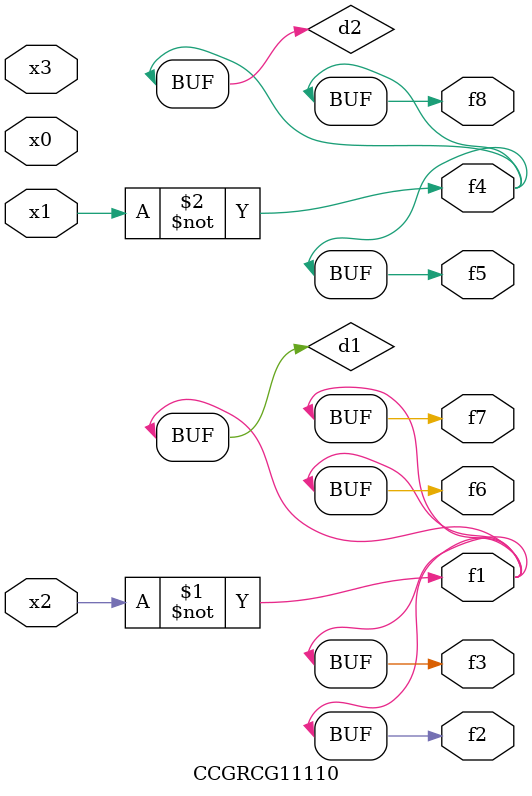
<source format=v>
module CCGRCG11110(
	input x0, x1, x2, x3,
	output f1, f2, f3, f4, f5, f6, f7, f8
);

	wire d1, d2;

	xnor (d1, x2);
	not (d2, x1);
	assign f1 = d1;
	assign f2 = d1;
	assign f3 = d1;
	assign f4 = d2;
	assign f5 = d2;
	assign f6 = d1;
	assign f7 = d1;
	assign f8 = d2;
endmodule

</source>
